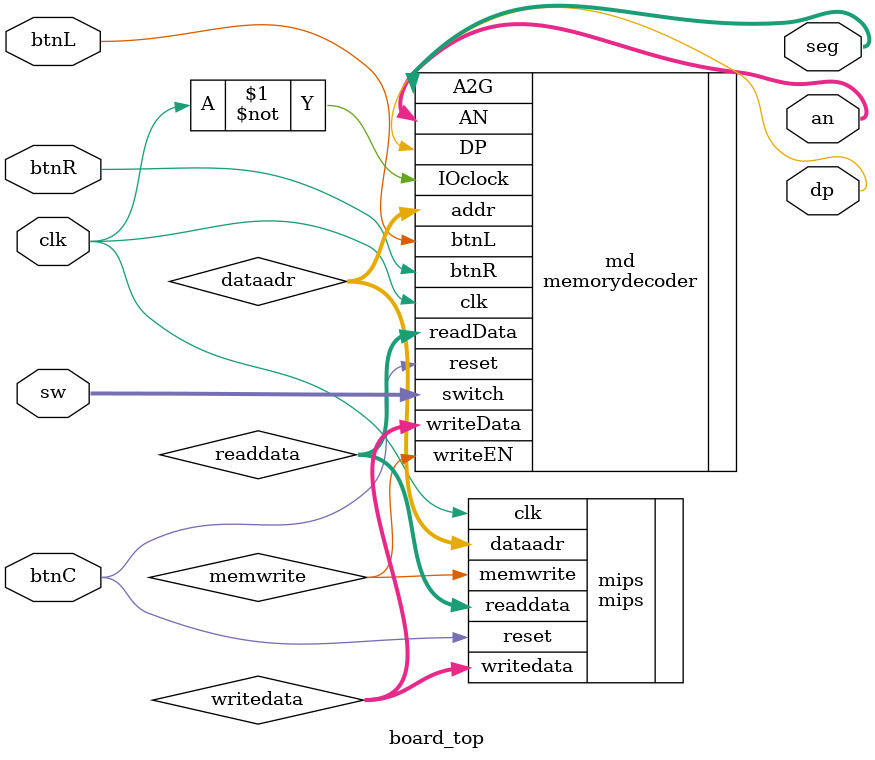
<source format=sv>
`timescale 1ns / 1ps


module board_top(
	input   logic       clk,
    input   logic       btnC, btnL, btnR,
    input   logic [15:0]sw,
    
    output  logic [7:0] an,
    output  logic       dp,
    output  logic [6:0] seg
);

    logic memwrite;
    logic [31:0] writedata, dataadr, readdata;
    
    mips mips(.clk(clk), .reset(btnC), .readdata(readdata), 
                .memwrite(memwrite), .writedata(writedata), .dataadr(dataadr));
    memorydecoder md(.clk(clk), .writeEN(memwrite), .addr(dataadr), 
                        .writeData(writedata), .readData(readdata), .IOclock(~clk),
                        .reset(btnC), .btnL(btnL), .btnR(btnR), .switch(sw), .AN(an), .DP(dp), .A2G(seg));
endmodule

</source>
